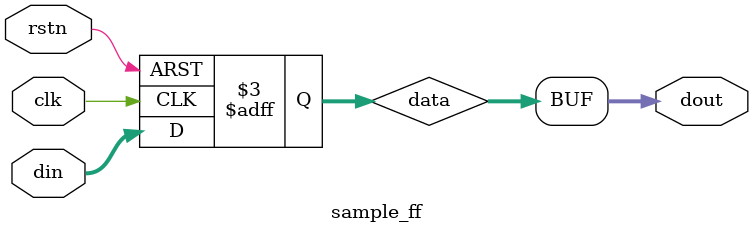
<source format=v>
module sample_ff (clk, rstn, din, dout);

    input clk, rstn;
    input[3:0] din;
    output[3:0] dout;
    reg[3:0] data;

    assign dout = data;

    always @(posedge clk or negedge rstn) begin
        if(!rstn) begin
            data <= 4'b0;
        end
        else begin
            data <= din;
        end
    end 
    
endmodule
</source>
